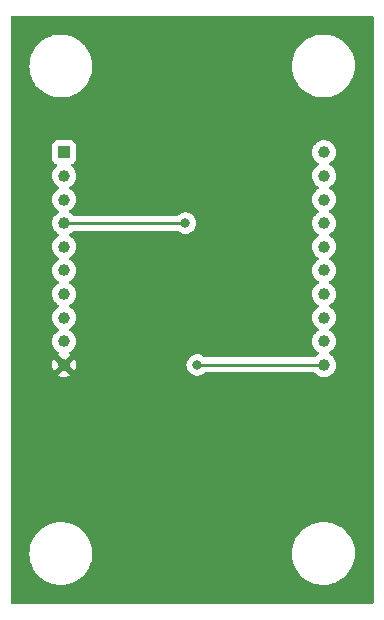
<source format=gbr>
%TF.GenerationSoftware,KiCad,Pcbnew,(6.0.11)*%
%TF.CreationDate,2023-03-01T16:43:23-07:00*%
%TF.ProjectId,Wirless-Module,5769726c-6573-4732-9d4d-6f64756c652e,rev?*%
%TF.SameCoordinates,Original*%
%TF.FileFunction,Copper,L2,Bot*%
%TF.FilePolarity,Positive*%
%FSLAX46Y46*%
G04 Gerber Fmt 4.6, Leading zero omitted, Abs format (unit mm)*
G04 Created by KiCad (PCBNEW (6.0.11)) date 2023-03-01 16:43:23*
%MOMM*%
%LPD*%
G01*
G04 APERTURE LIST*
%TA.AperFunction,ComponentPad*%
%ADD10C,1.008000*%
%TD*%
%TA.AperFunction,ComponentPad*%
%ADD11R,1.008000X1.008000*%
%TD*%
%TA.AperFunction,ViaPad*%
%ADD12C,0.800000*%
%TD*%
%TA.AperFunction,Conductor*%
%ADD13C,0.250000*%
%TD*%
G04 APERTURE END LIST*
D10*
%TO.P,U1,20,DIO0*%
%TO.N,unconnected-(U1-Pad20)*%
X188839000Y-82171500D03*
%TO.P,U1,19,DIO1*%
%TO.N,unconnected-(U1-Pad19)*%
X188839000Y-84171500D03*
%TO.P,U1,18,SCK*%
%TO.N,XBEE_SCK*%
X188839000Y-86171500D03*
%TO.P,U1,17,SPI_SS*%
%TO.N,XBEE_SS*%
X188839000Y-88171500D03*
%TO.P,U1,16,DIO6*%
%TO.N,unconnected-(U1-Pad16)*%
X188839000Y-90171500D03*
%TO.P,U1,15,DI05*%
%TO.N,unconnected-(U1-Pad15)*%
X188839000Y-92171500D03*
%TO.P,U1,14,VREF*%
%TO.N,unconnected-(U1-Pad14)*%
X188839000Y-94171500D03*
%TO.P,U1,13,~{SLEEP}*%
%TO.N,unconnected-(U1-Pad13)*%
X188839000Y-96171500D03*
%TO.P,U1,12,DI07*%
%TO.N,unconnected-(U1-Pad12)*%
X188839000Y-98171500D03*
%TO.P,U1,11,MOSI*%
%TO.N,XBEE_MOSI*%
X188839000Y-100171500D03*
%TO.P,U1,10,GND*%
%TO.N,Earth*%
X166839000Y-100171500D03*
%TO.P,U1,9,DI8*%
%TO.N,unconnected-(U1-Pad9)*%
X166839000Y-98171500D03*
%TO.P,U1,8,NC*%
%TO.N,unconnected-(U1-Pad8)*%
X166839000Y-96171500D03*
%TO.P,U1,7,PWM1*%
%TO.N,unconnected-(U1-Pad7)*%
X166839000Y-94171500D03*
%TO.P,U1,6,PWM0*%
%TO.N,unconnected-(U1-Pad6)*%
X166839000Y-92171500D03*
%TO.P,U1,5,~{RESET}*%
%TO.N,unconnected-(U1-Pad5)*%
X166839000Y-90171500D03*
%TO.P,U1,4,MISO*%
%TO.N,XBEE_MISO*%
X166839000Y-88171500D03*
%TO.P,U1,3,RX*%
%TO.N,XBEE_RX*%
X166839000Y-86171500D03*
%TO.P,U1,2,TX*%
%TO.N,XBEE_TX*%
X166839000Y-84171500D03*
D11*
%TO.P,U1,1,VCC*%
%TO.N,3.3V*%
X166839000Y-82171500D03*
%TD*%
D12*
%TO.N,Earth*%
X184650000Y-95030000D03*
X171360000Y-95350000D03*
%TO.N,XBEE_MOSI*%
X178110000Y-100180000D03*
%TO.N,XBEE_MISO*%
X177110000Y-88160000D03*
%TD*%
D13*
%TO.N,XBEE_MOSI*%
X188839000Y-100171500D02*
X178118500Y-100171500D01*
X178118500Y-100171500D02*
X178110000Y-100180000D01*
%TO.N,XBEE_MISO*%
X166839000Y-88171500D02*
X177098500Y-88171500D01*
X177098500Y-88171500D02*
X177110000Y-88160000D01*
%TD*%
%TA.AperFunction,Conductor*%
%TO.N,Earth*%
G36*
X192981621Y-70632502D02*
G01*
X193028114Y-70686158D01*
X193039500Y-70738500D01*
X193039500Y-120269500D01*
X193019498Y-120337621D01*
X192965842Y-120384114D01*
X192913500Y-120395500D01*
X162432500Y-120395500D01*
X162364379Y-120375498D01*
X162317886Y-120321842D01*
X162306500Y-120269500D01*
X162306500Y-116187985D01*
X163897354Y-116187985D01*
X163897656Y-116191820D01*
X163915608Y-116419917D01*
X163922870Y-116512195D01*
X163987706Y-116830878D01*
X164090898Y-117139284D01*
X164230905Y-117432816D01*
X164405641Y-117707097D01*
X164408084Y-117710060D01*
X164408085Y-117710062D01*
X164557808Y-117891690D01*
X164612501Y-117958038D01*
X164848402Y-118181899D01*
X165109826Y-118375343D01*
X165251351Y-118455414D01*
X165389519Y-118533586D01*
X165389523Y-118533588D01*
X165392876Y-118535485D01*
X165693332Y-118659938D01*
X165796788Y-118688629D01*
X166003000Y-118745817D01*
X166003008Y-118745819D01*
X166006716Y-118746847D01*
X166328356Y-118794916D01*
X166331654Y-118795060D01*
X166443418Y-118799940D01*
X166443422Y-118799940D01*
X166444794Y-118800000D01*
X166643098Y-118800000D01*
X166885105Y-118785198D01*
X166888888Y-118784497D01*
X166888895Y-118784496D01*
X167088959Y-118747416D01*
X167204872Y-118725933D01*
X167414182Y-118659938D01*
X167511360Y-118629298D01*
X167511363Y-118629297D01*
X167515032Y-118628140D01*
X167518529Y-118626546D01*
X167518535Y-118626544D01*
X167807454Y-118494876D01*
X167807458Y-118494874D01*
X167810962Y-118493277D01*
X168088251Y-118323354D01*
X168091255Y-118320964D01*
X168091260Y-118320961D01*
X168215507Y-118222130D01*
X168342764Y-118120905D01*
X168345458Y-118118164D01*
X168345462Y-118118160D01*
X168568013Y-117891690D01*
X168568017Y-117891685D01*
X168570708Y-117888947D01*
X168768685Y-117630939D01*
X168933742Y-117350727D01*
X169063420Y-117052488D01*
X169155785Y-116740669D01*
X169209461Y-116419917D01*
X169219587Y-116187985D01*
X186122354Y-116187985D01*
X186122656Y-116191820D01*
X186140608Y-116419917D01*
X186147870Y-116512195D01*
X186212706Y-116830878D01*
X186315898Y-117139284D01*
X186455905Y-117432816D01*
X186630641Y-117707097D01*
X186633084Y-117710060D01*
X186633085Y-117710062D01*
X186782808Y-117891690D01*
X186837501Y-117958038D01*
X187073402Y-118181899D01*
X187334826Y-118375343D01*
X187476351Y-118455414D01*
X187614519Y-118533586D01*
X187614523Y-118533588D01*
X187617876Y-118535485D01*
X187918332Y-118659938D01*
X188021788Y-118688629D01*
X188228000Y-118745817D01*
X188228008Y-118745819D01*
X188231716Y-118746847D01*
X188553356Y-118794916D01*
X188556654Y-118795060D01*
X188668418Y-118799940D01*
X188668422Y-118799940D01*
X188669794Y-118800000D01*
X188868098Y-118800000D01*
X189110105Y-118785198D01*
X189113888Y-118784497D01*
X189113895Y-118784496D01*
X189313959Y-118747416D01*
X189429872Y-118725933D01*
X189639182Y-118659938D01*
X189736360Y-118629298D01*
X189736363Y-118629297D01*
X189740032Y-118628140D01*
X189743529Y-118626546D01*
X189743535Y-118626544D01*
X190032454Y-118494876D01*
X190032458Y-118494874D01*
X190035962Y-118493277D01*
X190313251Y-118323354D01*
X190316255Y-118320964D01*
X190316260Y-118320961D01*
X190440507Y-118222130D01*
X190567764Y-118120905D01*
X190570458Y-118118164D01*
X190570462Y-118118160D01*
X190793013Y-117891690D01*
X190793017Y-117891685D01*
X190795708Y-117888947D01*
X190993685Y-117630939D01*
X191158742Y-117350727D01*
X191288420Y-117052488D01*
X191380785Y-116740669D01*
X191434461Y-116419917D01*
X191448646Y-116095015D01*
X191435888Y-115932910D01*
X191423432Y-115774640D01*
X191423432Y-115774637D01*
X191423130Y-115770805D01*
X191358294Y-115452122D01*
X191255102Y-115143716D01*
X191115095Y-114850184D01*
X190940359Y-114575903D01*
X190792970Y-114397106D01*
X190735942Y-114327925D01*
X190735938Y-114327920D01*
X190733499Y-114324962D01*
X190497598Y-114101101D01*
X190236174Y-113907657D01*
X190031281Y-113791734D01*
X189956481Y-113749414D01*
X189956477Y-113749412D01*
X189953124Y-113747515D01*
X189652668Y-113623062D01*
X189549212Y-113594371D01*
X189343000Y-113537183D01*
X189342992Y-113537181D01*
X189339284Y-113536153D01*
X189017644Y-113488084D01*
X189014346Y-113487940D01*
X188902582Y-113483060D01*
X188902578Y-113483060D01*
X188901206Y-113483000D01*
X188702902Y-113483000D01*
X188460895Y-113497802D01*
X188457112Y-113498503D01*
X188457105Y-113498504D01*
X188301012Y-113527434D01*
X188141128Y-113557067D01*
X187956558Y-113615262D01*
X187834640Y-113653702D01*
X187834637Y-113653703D01*
X187830968Y-113654860D01*
X187827471Y-113656454D01*
X187827465Y-113656456D01*
X187538546Y-113788124D01*
X187538542Y-113788126D01*
X187535038Y-113789723D01*
X187257749Y-113959646D01*
X187254745Y-113962036D01*
X187254740Y-113962039D01*
X187130493Y-114060870D01*
X187003236Y-114162095D01*
X187000542Y-114164836D01*
X187000538Y-114164840D01*
X186777987Y-114391310D01*
X186777983Y-114391315D01*
X186775292Y-114394053D01*
X186577315Y-114652061D01*
X186412258Y-114932273D01*
X186282580Y-115230512D01*
X186190215Y-115542331D01*
X186136539Y-115863083D01*
X186122354Y-116187985D01*
X169219587Y-116187985D01*
X169223646Y-116095015D01*
X169210888Y-115932910D01*
X169198432Y-115774640D01*
X169198432Y-115774637D01*
X169198130Y-115770805D01*
X169133294Y-115452122D01*
X169030102Y-115143716D01*
X168890095Y-114850184D01*
X168715359Y-114575903D01*
X168567970Y-114397106D01*
X168510942Y-114327925D01*
X168510938Y-114327920D01*
X168508499Y-114324962D01*
X168272598Y-114101101D01*
X168011174Y-113907657D01*
X167806281Y-113791734D01*
X167731481Y-113749414D01*
X167731477Y-113749412D01*
X167728124Y-113747515D01*
X167427668Y-113623062D01*
X167324212Y-113594371D01*
X167118000Y-113537183D01*
X167117992Y-113537181D01*
X167114284Y-113536153D01*
X166792644Y-113488084D01*
X166789346Y-113487940D01*
X166677582Y-113483060D01*
X166677578Y-113483060D01*
X166676206Y-113483000D01*
X166477902Y-113483000D01*
X166235895Y-113497802D01*
X166232112Y-113498503D01*
X166232105Y-113498504D01*
X166076012Y-113527434D01*
X165916128Y-113557067D01*
X165731558Y-113615262D01*
X165609640Y-113653702D01*
X165609637Y-113653703D01*
X165605968Y-113654860D01*
X165602471Y-113656454D01*
X165602465Y-113656456D01*
X165313546Y-113788124D01*
X165313542Y-113788126D01*
X165310038Y-113789723D01*
X165032749Y-113959646D01*
X165029745Y-113962036D01*
X165029740Y-113962039D01*
X164905493Y-114060870D01*
X164778236Y-114162095D01*
X164775542Y-114164836D01*
X164775538Y-114164840D01*
X164552987Y-114391310D01*
X164552983Y-114391315D01*
X164550292Y-114394053D01*
X164352315Y-114652061D01*
X164187258Y-114932273D01*
X164057580Y-115230512D01*
X163965215Y-115542331D01*
X163911539Y-115863083D01*
X163897354Y-116187985D01*
X162306500Y-116187985D01*
X162306500Y-101043572D01*
X166331758Y-101043572D01*
X166336668Y-101050130D01*
X166426509Y-101100342D01*
X166437746Y-101105251D01*
X166614777Y-101162771D01*
X166626751Y-101165404D01*
X166811592Y-101187445D01*
X166823841Y-101187702D01*
X167009440Y-101173421D01*
X167021520Y-101171290D01*
X167200791Y-101121236D01*
X167212242Y-101116795D01*
X167337484Y-101053532D01*
X167347770Y-101043885D01*
X167345532Y-101037242D01*
X166851812Y-100543522D01*
X166837868Y-100535908D01*
X166836035Y-100536039D01*
X166829420Y-100540290D01*
X166338518Y-101031192D01*
X166331758Y-101043572D01*
X162306500Y-101043572D01*
X162306500Y-100163446D01*
X165822718Y-100163446D01*
X165838293Y-100348928D01*
X165840508Y-100360993D01*
X165891814Y-100539919D01*
X165896332Y-100551331D01*
X165957175Y-100669718D01*
X165966896Y-100679939D01*
X165973695Y-100677595D01*
X166466978Y-100184312D01*
X166473356Y-100172632D01*
X167203408Y-100172632D01*
X167203539Y-100174465D01*
X167207790Y-100181080D01*
X167698596Y-100671886D01*
X167710976Y-100678646D01*
X167717709Y-100673605D01*
X167764938Y-100590468D01*
X167769927Y-100579261D01*
X167828680Y-100402641D01*
X167831399Y-100390673D01*
X167855059Y-100203394D01*
X167855550Y-100196370D01*
X167855778Y-100180000D01*
X177196496Y-100180000D01*
X177216458Y-100369928D01*
X177275473Y-100551556D01*
X177278776Y-100557278D01*
X177278777Y-100557279D01*
X177291583Y-100579460D01*
X177370960Y-100716944D01*
X177375378Y-100721851D01*
X177375379Y-100721852D01*
X177494325Y-100853955D01*
X177498747Y-100858866D01*
X177653248Y-100971118D01*
X177659276Y-100973802D01*
X177659278Y-100973803D01*
X177815983Y-101043572D01*
X177827712Y-101048794D01*
X177921113Y-101068647D01*
X178008056Y-101087128D01*
X178008061Y-101087128D01*
X178014513Y-101088500D01*
X178205487Y-101088500D01*
X178211939Y-101087128D01*
X178211944Y-101087128D01*
X178298887Y-101068647D01*
X178392288Y-101048794D01*
X178404017Y-101043572D01*
X178560722Y-100973803D01*
X178560724Y-100973802D01*
X178566752Y-100971118D01*
X178721253Y-100858866D01*
X178732216Y-100846690D01*
X178792660Y-100809450D01*
X178825852Y-100805000D01*
X187988180Y-100805000D01*
X188056301Y-100825002D01*
X188086926Y-100852736D01*
X188107144Y-100878245D01*
X188111837Y-100882239D01*
X188111838Y-100882240D01*
X188216271Y-100971118D01*
X188258357Y-101006936D01*
X188323909Y-101043572D01*
X188426307Y-101100802D01*
X188426313Y-101100805D01*
X188431685Y-101103807D01*
X188620528Y-101165165D01*
X188817693Y-101188676D01*
X188823828Y-101188204D01*
X188823830Y-101188204D01*
X189009528Y-101173915D01*
X189009533Y-101173914D01*
X189015669Y-101173442D01*
X189021599Y-101171786D01*
X189021601Y-101171786D01*
X189078340Y-101155944D01*
X189206916Y-101120045D01*
X189235293Y-101105711D01*
X189378649Y-101033297D01*
X189378651Y-101033296D01*
X189384150Y-101030518D01*
X189540618Y-100908272D01*
X189570706Y-100873415D01*
X189666333Y-100762630D01*
X189666334Y-100762628D01*
X189670362Y-100757962D01*
X189768440Y-100585313D01*
X189831116Y-100396903D01*
X189856002Y-100199907D01*
X189856399Y-100171500D01*
X189837023Y-99973886D01*
X189779632Y-99783799D01*
X189721086Y-99673690D01*
X189689307Y-99613922D01*
X189689305Y-99613919D01*
X189686413Y-99608480D01*
X189612618Y-99517998D01*
X189564811Y-99459380D01*
X189564809Y-99459378D01*
X189560917Y-99454606D01*
X189481470Y-99388882D01*
X189412672Y-99331967D01*
X189412669Y-99331965D01*
X189407922Y-99328038D01*
X189323968Y-99282644D01*
X189273559Y-99232649D01*
X189258182Y-99163338D01*
X189282718Y-99096716D01*
X189327086Y-99059343D01*
X189360922Y-99042251D01*
X189378649Y-99033297D01*
X189378652Y-99033295D01*
X189384150Y-99030518D01*
X189540618Y-98908272D01*
X189670362Y-98757962D01*
X189687690Y-98727460D01*
X189765393Y-98590676D01*
X189768440Y-98585313D01*
X189831116Y-98396903D01*
X189856002Y-98199907D01*
X189856399Y-98171500D01*
X189837023Y-97973886D01*
X189779632Y-97783799D01*
X189686413Y-97608480D01*
X189560917Y-97454606D01*
X189495080Y-97400141D01*
X189412672Y-97331967D01*
X189412669Y-97331965D01*
X189407922Y-97328038D01*
X189323968Y-97282644D01*
X189273559Y-97232649D01*
X189258182Y-97163338D01*
X189282718Y-97096716D01*
X189327086Y-97059343D01*
X189360922Y-97042251D01*
X189378649Y-97033297D01*
X189378651Y-97033296D01*
X189384150Y-97030518D01*
X189540618Y-96908272D01*
X189670362Y-96757962D01*
X189687690Y-96727460D01*
X189765393Y-96590676D01*
X189768440Y-96585313D01*
X189831116Y-96396903D01*
X189856002Y-96199907D01*
X189856399Y-96171500D01*
X189837023Y-95973886D01*
X189779632Y-95783799D01*
X189686413Y-95608480D01*
X189560917Y-95454606D01*
X189495080Y-95400141D01*
X189412672Y-95331967D01*
X189412669Y-95331965D01*
X189407922Y-95328038D01*
X189323968Y-95282644D01*
X189273559Y-95232649D01*
X189258182Y-95163338D01*
X189282718Y-95096716D01*
X189327086Y-95059343D01*
X189360922Y-95042251D01*
X189378649Y-95033297D01*
X189378651Y-95033296D01*
X189384150Y-95030518D01*
X189540618Y-94908272D01*
X189670362Y-94757962D01*
X189687690Y-94727460D01*
X189765393Y-94590676D01*
X189768440Y-94585313D01*
X189831116Y-94396903D01*
X189856002Y-94199907D01*
X189856399Y-94171500D01*
X189837023Y-93973886D01*
X189779632Y-93783799D01*
X189686413Y-93608480D01*
X189560917Y-93454606D01*
X189495080Y-93400141D01*
X189412672Y-93331967D01*
X189412669Y-93331965D01*
X189407922Y-93328038D01*
X189323968Y-93282644D01*
X189273559Y-93232649D01*
X189258182Y-93163338D01*
X189282718Y-93096716D01*
X189327086Y-93059343D01*
X189360922Y-93042251D01*
X189378649Y-93033297D01*
X189378651Y-93033296D01*
X189384150Y-93030518D01*
X189540618Y-92908272D01*
X189670362Y-92757962D01*
X189687690Y-92727460D01*
X189765393Y-92590676D01*
X189768440Y-92585313D01*
X189831116Y-92396903D01*
X189856002Y-92199907D01*
X189856399Y-92171500D01*
X189837023Y-91973886D01*
X189779632Y-91783799D01*
X189686413Y-91608480D01*
X189560917Y-91454606D01*
X189495080Y-91400141D01*
X189412672Y-91331967D01*
X189412669Y-91331965D01*
X189407922Y-91328038D01*
X189323968Y-91282644D01*
X189273559Y-91232649D01*
X189258182Y-91163338D01*
X189282718Y-91096716D01*
X189327086Y-91059343D01*
X189360922Y-91042251D01*
X189378649Y-91033297D01*
X189378651Y-91033296D01*
X189384150Y-91030518D01*
X189540618Y-90908272D01*
X189670362Y-90757962D01*
X189687690Y-90727460D01*
X189765393Y-90590676D01*
X189768440Y-90585313D01*
X189831116Y-90396903D01*
X189856002Y-90199907D01*
X189856399Y-90171500D01*
X189837023Y-89973886D01*
X189779632Y-89783799D01*
X189686413Y-89608480D01*
X189560917Y-89454606D01*
X189495080Y-89400141D01*
X189412672Y-89331967D01*
X189412669Y-89331965D01*
X189407922Y-89328038D01*
X189323968Y-89282644D01*
X189273559Y-89232649D01*
X189258182Y-89163338D01*
X189282718Y-89096716D01*
X189327086Y-89059343D01*
X189360922Y-89042251D01*
X189378649Y-89033297D01*
X189378651Y-89033296D01*
X189384150Y-89030518D01*
X189540618Y-88908272D01*
X189597176Y-88842749D01*
X189666333Y-88762630D01*
X189666334Y-88762628D01*
X189670362Y-88757962D01*
X189687690Y-88727460D01*
X189765393Y-88590676D01*
X189768440Y-88585313D01*
X189831116Y-88396903D01*
X189856002Y-88199907D01*
X189856399Y-88171500D01*
X189837023Y-87973886D01*
X189779632Y-87783799D01*
X189697204Y-87628774D01*
X189689307Y-87613922D01*
X189689305Y-87613919D01*
X189686413Y-87608480D01*
X189560917Y-87454606D01*
X189495080Y-87400141D01*
X189412672Y-87331967D01*
X189412669Y-87331965D01*
X189407922Y-87328038D01*
X189323968Y-87282644D01*
X189273559Y-87232649D01*
X189258182Y-87163338D01*
X189282718Y-87096716D01*
X189327086Y-87059343D01*
X189360922Y-87042251D01*
X189378649Y-87033297D01*
X189378651Y-87033296D01*
X189384150Y-87030518D01*
X189540618Y-86908272D01*
X189670362Y-86757962D01*
X189687690Y-86727460D01*
X189765393Y-86590676D01*
X189768440Y-86585313D01*
X189831116Y-86396903D01*
X189856002Y-86199907D01*
X189856399Y-86171500D01*
X189837023Y-85973886D01*
X189779632Y-85783799D01*
X189686413Y-85608480D01*
X189560917Y-85454606D01*
X189495080Y-85400141D01*
X189412672Y-85331967D01*
X189412669Y-85331965D01*
X189407922Y-85328038D01*
X189323968Y-85282644D01*
X189273559Y-85232649D01*
X189258182Y-85163338D01*
X189282718Y-85096716D01*
X189327086Y-85059343D01*
X189360922Y-85042251D01*
X189378649Y-85033297D01*
X189378651Y-85033296D01*
X189384150Y-85030518D01*
X189540618Y-84908272D01*
X189670362Y-84757962D01*
X189687690Y-84727460D01*
X189765393Y-84590676D01*
X189768440Y-84585313D01*
X189831116Y-84396903D01*
X189856002Y-84199907D01*
X189856399Y-84171500D01*
X189837023Y-83973886D01*
X189779632Y-83783799D01*
X189686413Y-83608480D01*
X189560917Y-83454606D01*
X189464291Y-83374670D01*
X189412672Y-83331967D01*
X189412669Y-83331965D01*
X189407922Y-83328038D01*
X189323968Y-83282644D01*
X189273559Y-83232649D01*
X189258182Y-83163338D01*
X189282718Y-83096716D01*
X189327086Y-83059343D01*
X189367832Y-83038761D01*
X189378649Y-83033297D01*
X189378651Y-83033296D01*
X189384150Y-83030518D01*
X189540618Y-82908272D01*
X189570706Y-82873415D01*
X189666333Y-82762630D01*
X189666334Y-82762628D01*
X189670362Y-82757962D01*
X189687690Y-82727460D01*
X189765393Y-82590676D01*
X189768440Y-82585313D01*
X189831116Y-82396903D01*
X189856002Y-82199907D01*
X189856399Y-82171500D01*
X189837023Y-81973886D01*
X189779632Y-81783799D01*
X189694018Y-81622783D01*
X189689307Y-81613922D01*
X189689305Y-81613919D01*
X189686413Y-81608480D01*
X189560917Y-81454606D01*
X189495080Y-81400141D01*
X189412672Y-81331967D01*
X189412669Y-81331965D01*
X189407922Y-81328038D01*
X189233258Y-81233597D01*
X189043576Y-81174881D01*
X189037451Y-81174237D01*
X189037450Y-81174237D01*
X188852232Y-81154770D01*
X188852230Y-81154770D01*
X188846103Y-81154126D01*
X188762970Y-81161692D01*
X188654497Y-81171563D01*
X188654494Y-81171564D01*
X188648358Y-81172122D01*
X188642452Y-81173860D01*
X188642448Y-81173861D01*
X188506976Y-81213733D01*
X188457876Y-81228184D01*
X188281910Y-81320177D01*
X188127163Y-81444596D01*
X188123205Y-81449313D01*
X188123203Y-81449315D01*
X188039986Y-81548489D01*
X187999530Y-81596703D01*
X187903873Y-81770704D01*
X187843834Y-81959971D01*
X187821700Y-82157295D01*
X187838315Y-82355160D01*
X187893046Y-82546030D01*
X187983808Y-82722633D01*
X187987634Y-82727460D01*
X188103315Y-82873415D01*
X188103319Y-82873420D01*
X188107144Y-82878245D01*
X188258357Y-83006936D01*
X188355913Y-83061459D01*
X188405617Y-83112152D01*
X188420025Y-83181671D01*
X188394561Y-83247944D01*
X188352817Y-83283107D01*
X188287374Y-83317320D01*
X188287370Y-83317322D01*
X188281910Y-83320177D01*
X188127163Y-83444596D01*
X188123205Y-83449313D01*
X188123203Y-83449315D01*
X188039986Y-83548489D01*
X187999530Y-83596703D01*
X187903873Y-83770704D01*
X187843834Y-83959971D01*
X187821700Y-84157295D01*
X187838315Y-84355160D01*
X187893046Y-84546030D01*
X187983808Y-84722633D01*
X187987634Y-84727460D01*
X188103315Y-84873415D01*
X188103319Y-84873420D01*
X188107144Y-84878245D01*
X188258357Y-85006936D01*
X188355913Y-85061459D01*
X188405617Y-85112152D01*
X188420025Y-85181671D01*
X188394561Y-85247944D01*
X188352817Y-85283107D01*
X188287374Y-85317320D01*
X188287370Y-85317322D01*
X188281910Y-85320177D01*
X188127163Y-85444596D01*
X188123205Y-85449313D01*
X188123203Y-85449315D01*
X188039986Y-85548489D01*
X187999530Y-85596703D01*
X187903873Y-85770704D01*
X187843834Y-85959971D01*
X187821700Y-86157295D01*
X187838315Y-86355160D01*
X187893046Y-86546030D01*
X187983808Y-86722633D01*
X187987634Y-86727460D01*
X188103315Y-86873415D01*
X188103319Y-86873420D01*
X188107144Y-86878245D01*
X188258357Y-87006936D01*
X188355913Y-87061459D01*
X188405617Y-87112152D01*
X188420025Y-87181671D01*
X188394561Y-87247944D01*
X188352817Y-87283107D01*
X188287374Y-87317320D01*
X188287370Y-87317322D01*
X188281910Y-87320177D01*
X188127163Y-87444596D01*
X188123205Y-87449313D01*
X188123203Y-87449315D01*
X188048788Y-87538000D01*
X187999530Y-87596703D01*
X187903873Y-87770704D01*
X187902012Y-87776571D01*
X187902011Y-87776573D01*
X187897847Y-87789699D01*
X187843834Y-87959971D01*
X187821700Y-88157295D01*
X187822216Y-88163439D01*
X187837325Y-88343365D01*
X187838315Y-88355160D01*
X187840014Y-88361084D01*
X187890537Y-88537279D01*
X187893046Y-88546030D01*
X187895865Y-88551515D01*
X187970606Y-88696944D01*
X187983808Y-88722633D01*
X187987634Y-88727460D01*
X188103315Y-88873415D01*
X188103319Y-88873420D01*
X188107144Y-88878245D01*
X188258357Y-89006936D01*
X188355913Y-89061459D01*
X188405617Y-89112152D01*
X188420025Y-89181671D01*
X188394561Y-89247944D01*
X188352817Y-89283107D01*
X188287374Y-89317320D01*
X188287370Y-89317322D01*
X188281910Y-89320177D01*
X188127163Y-89444596D01*
X188123205Y-89449313D01*
X188123203Y-89449315D01*
X188039986Y-89548489D01*
X187999530Y-89596703D01*
X187903873Y-89770704D01*
X187843834Y-89959971D01*
X187821700Y-90157295D01*
X187838315Y-90355160D01*
X187893046Y-90546030D01*
X187983808Y-90722633D01*
X187987634Y-90727460D01*
X188103315Y-90873415D01*
X188103319Y-90873420D01*
X188107144Y-90878245D01*
X188258357Y-91006936D01*
X188355913Y-91061459D01*
X188405617Y-91112152D01*
X188420025Y-91181671D01*
X188394561Y-91247944D01*
X188352817Y-91283107D01*
X188287374Y-91317320D01*
X188287370Y-91317322D01*
X188281910Y-91320177D01*
X188127163Y-91444596D01*
X188123205Y-91449313D01*
X188123203Y-91449315D01*
X188039986Y-91548489D01*
X187999530Y-91596703D01*
X187903873Y-91770704D01*
X187843834Y-91959971D01*
X187821700Y-92157295D01*
X187838315Y-92355160D01*
X187893046Y-92546030D01*
X187983808Y-92722633D01*
X187987634Y-92727460D01*
X188103315Y-92873415D01*
X188103319Y-92873420D01*
X188107144Y-92878245D01*
X188258357Y-93006936D01*
X188355913Y-93061459D01*
X188405617Y-93112152D01*
X188420025Y-93181671D01*
X188394561Y-93247944D01*
X188352817Y-93283107D01*
X188287374Y-93317320D01*
X188287370Y-93317322D01*
X188281910Y-93320177D01*
X188127163Y-93444596D01*
X188123205Y-93449313D01*
X188123203Y-93449315D01*
X188039986Y-93548489D01*
X187999530Y-93596703D01*
X187903873Y-93770704D01*
X187843834Y-93959971D01*
X187821700Y-94157295D01*
X187838315Y-94355160D01*
X187893046Y-94546030D01*
X187983808Y-94722633D01*
X187987634Y-94727460D01*
X188103315Y-94873415D01*
X188103319Y-94873420D01*
X188107144Y-94878245D01*
X188258357Y-95006936D01*
X188355913Y-95061459D01*
X188405617Y-95112152D01*
X188420025Y-95181671D01*
X188394561Y-95247944D01*
X188352817Y-95283107D01*
X188287374Y-95317320D01*
X188287370Y-95317322D01*
X188281910Y-95320177D01*
X188127163Y-95444596D01*
X188123205Y-95449313D01*
X188123203Y-95449315D01*
X188039986Y-95548489D01*
X187999530Y-95596703D01*
X187903873Y-95770704D01*
X187843834Y-95959971D01*
X187821700Y-96157295D01*
X187838315Y-96355160D01*
X187893046Y-96546030D01*
X187983808Y-96722633D01*
X187987634Y-96727460D01*
X188103315Y-96873415D01*
X188103319Y-96873420D01*
X188107144Y-96878245D01*
X188258357Y-97006936D01*
X188355913Y-97061459D01*
X188405617Y-97112152D01*
X188420025Y-97181671D01*
X188394561Y-97247944D01*
X188352817Y-97283107D01*
X188287374Y-97317320D01*
X188287370Y-97317322D01*
X188281910Y-97320177D01*
X188127163Y-97444596D01*
X188123205Y-97449313D01*
X188123203Y-97449315D01*
X188039986Y-97548489D01*
X187999530Y-97596703D01*
X187903873Y-97770704D01*
X187843834Y-97959971D01*
X187821700Y-98157295D01*
X187838315Y-98355160D01*
X187893046Y-98546030D01*
X187983808Y-98722633D01*
X187987634Y-98727460D01*
X188103315Y-98873415D01*
X188103319Y-98873420D01*
X188107144Y-98878245D01*
X188258357Y-99006936D01*
X188355913Y-99061459D01*
X188405617Y-99112152D01*
X188420025Y-99181671D01*
X188394561Y-99247944D01*
X188352817Y-99283107D01*
X188287374Y-99317320D01*
X188287370Y-99317322D01*
X188281910Y-99320177D01*
X188127163Y-99444596D01*
X188118764Y-99454606D01*
X188086555Y-99492991D01*
X188027445Y-99532318D01*
X187990033Y-99538000D01*
X178809532Y-99538000D01*
X178741411Y-99517998D01*
X178725495Y-99505845D01*
X178721253Y-99501134D01*
X178710046Y-99492991D01*
X178572094Y-99392763D01*
X178572093Y-99392762D01*
X178566752Y-99388882D01*
X178560724Y-99386198D01*
X178560722Y-99386197D01*
X178398319Y-99313891D01*
X178398318Y-99313891D01*
X178392288Y-99311206D01*
X178298888Y-99291353D01*
X178211944Y-99272872D01*
X178211939Y-99272872D01*
X178205487Y-99271500D01*
X178014513Y-99271500D01*
X178008061Y-99272872D01*
X178008056Y-99272872D01*
X177921112Y-99291353D01*
X177827712Y-99311206D01*
X177821682Y-99313891D01*
X177821681Y-99313891D01*
X177659278Y-99386197D01*
X177659276Y-99386198D01*
X177653248Y-99388882D01*
X177498747Y-99501134D01*
X177494326Y-99506044D01*
X177494325Y-99506045D01*
X177483563Y-99517998D01*
X177370960Y-99643056D01*
X177312686Y-99743990D01*
X177278784Y-99802710D01*
X177275473Y-99808444D01*
X177216458Y-99990072D01*
X177196496Y-100180000D01*
X167855778Y-100180000D01*
X167855848Y-100175005D01*
X167855555Y-100168013D01*
X167837131Y-99980118D01*
X167834748Y-99968080D01*
X167780949Y-99789891D01*
X167776275Y-99778550D01*
X167720520Y-99673690D01*
X167710660Y-99663609D01*
X167703533Y-99666177D01*
X167211022Y-100158688D01*
X167203408Y-100172632D01*
X166473356Y-100172632D01*
X166474592Y-100170368D01*
X166474461Y-100168535D01*
X166470210Y-100161920D01*
X165979175Y-99670885D01*
X165966795Y-99664125D01*
X165960407Y-99668907D01*
X165907302Y-99765503D01*
X165902471Y-99776775D01*
X165846188Y-99954202D01*
X165843638Y-99966196D01*
X165822889Y-100151177D01*
X165822718Y-100163446D01*
X162306500Y-100163446D01*
X162306500Y-98157295D01*
X165821700Y-98157295D01*
X165838315Y-98355160D01*
X165893046Y-98546030D01*
X165983808Y-98722633D01*
X165987634Y-98727460D01*
X166103315Y-98873415D01*
X166103319Y-98873420D01*
X166107144Y-98878245D01*
X166258357Y-99006936D01*
X166263733Y-99009940D01*
X166263735Y-99009942D01*
X166356433Y-99061750D01*
X166406139Y-99112444D01*
X166420546Y-99181964D01*
X166395082Y-99248237D01*
X166353336Y-99283400D01*
X166341003Y-99289847D01*
X166330854Y-99299636D01*
X166333307Y-99306597D01*
X166826188Y-99799478D01*
X166840132Y-99807092D01*
X166841965Y-99806961D01*
X166848580Y-99802710D01*
X167339786Y-99311504D01*
X167346546Y-99299124D01*
X167341887Y-99292901D01*
X167323426Y-99282919D01*
X167273017Y-99232925D01*
X167257639Y-99163614D01*
X167282175Y-99096991D01*
X167326542Y-99059618D01*
X167384150Y-99030518D01*
X167540618Y-98908272D01*
X167670362Y-98757962D01*
X167687690Y-98727460D01*
X167765393Y-98590676D01*
X167768440Y-98585313D01*
X167831116Y-98396903D01*
X167856002Y-98199907D01*
X167856399Y-98171500D01*
X167837023Y-97973886D01*
X167779632Y-97783799D01*
X167686413Y-97608480D01*
X167560917Y-97454606D01*
X167495080Y-97400141D01*
X167412672Y-97331967D01*
X167412669Y-97331965D01*
X167407922Y-97328038D01*
X167323968Y-97282644D01*
X167273559Y-97232649D01*
X167258182Y-97163338D01*
X167282718Y-97096716D01*
X167327086Y-97059343D01*
X167360922Y-97042251D01*
X167378649Y-97033297D01*
X167378651Y-97033296D01*
X167384150Y-97030518D01*
X167540618Y-96908272D01*
X167670362Y-96757962D01*
X167687690Y-96727460D01*
X167765393Y-96590676D01*
X167768440Y-96585313D01*
X167831116Y-96396903D01*
X167856002Y-96199907D01*
X167856399Y-96171500D01*
X167837023Y-95973886D01*
X167779632Y-95783799D01*
X167686413Y-95608480D01*
X167560917Y-95454606D01*
X167495080Y-95400141D01*
X167412672Y-95331967D01*
X167412669Y-95331965D01*
X167407922Y-95328038D01*
X167323968Y-95282644D01*
X167273559Y-95232649D01*
X167258182Y-95163338D01*
X167282718Y-95096716D01*
X167327086Y-95059343D01*
X167360922Y-95042251D01*
X167378649Y-95033297D01*
X167378651Y-95033296D01*
X167384150Y-95030518D01*
X167540618Y-94908272D01*
X167670362Y-94757962D01*
X167687690Y-94727460D01*
X167765393Y-94590676D01*
X167768440Y-94585313D01*
X167831116Y-94396903D01*
X167856002Y-94199907D01*
X167856399Y-94171500D01*
X167837023Y-93973886D01*
X167779632Y-93783799D01*
X167686413Y-93608480D01*
X167560917Y-93454606D01*
X167495080Y-93400141D01*
X167412672Y-93331967D01*
X167412669Y-93331965D01*
X167407922Y-93328038D01*
X167323968Y-93282644D01*
X167273559Y-93232649D01*
X167258182Y-93163338D01*
X167282718Y-93096716D01*
X167327086Y-93059343D01*
X167360922Y-93042251D01*
X167378649Y-93033297D01*
X167378651Y-93033296D01*
X167384150Y-93030518D01*
X167540618Y-92908272D01*
X167670362Y-92757962D01*
X167687690Y-92727460D01*
X167765393Y-92590676D01*
X167768440Y-92585313D01*
X167831116Y-92396903D01*
X167856002Y-92199907D01*
X167856399Y-92171500D01*
X167837023Y-91973886D01*
X167779632Y-91783799D01*
X167686413Y-91608480D01*
X167560917Y-91454606D01*
X167495080Y-91400141D01*
X167412672Y-91331967D01*
X167412669Y-91331965D01*
X167407922Y-91328038D01*
X167323968Y-91282644D01*
X167273559Y-91232649D01*
X167258182Y-91163338D01*
X167282718Y-91096716D01*
X167327086Y-91059343D01*
X167360922Y-91042251D01*
X167378649Y-91033297D01*
X167378651Y-91033296D01*
X167384150Y-91030518D01*
X167540618Y-90908272D01*
X167670362Y-90757962D01*
X167687690Y-90727460D01*
X167765393Y-90590676D01*
X167768440Y-90585313D01*
X167831116Y-90396903D01*
X167856002Y-90199907D01*
X167856399Y-90171500D01*
X167837023Y-89973886D01*
X167779632Y-89783799D01*
X167686413Y-89608480D01*
X167560917Y-89454606D01*
X167495080Y-89400141D01*
X167412672Y-89331967D01*
X167412669Y-89331965D01*
X167407922Y-89328038D01*
X167323968Y-89282644D01*
X167273559Y-89232649D01*
X167258182Y-89163338D01*
X167282718Y-89096716D01*
X167327086Y-89059343D01*
X167360922Y-89042251D01*
X167378649Y-89033297D01*
X167378651Y-89033296D01*
X167384150Y-89030518D01*
X167540618Y-88908272D01*
X167592066Y-88848669D01*
X167651719Y-88810172D01*
X167687447Y-88805000D01*
X176413800Y-88805000D01*
X176481921Y-88825002D01*
X176495821Y-88835616D01*
X176498747Y-88838866D01*
X176653248Y-88951118D01*
X176659276Y-88953802D01*
X176659278Y-88953803D01*
X176785367Y-89009941D01*
X176827712Y-89028794D01*
X176921112Y-89048647D01*
X177008056Y-89067128D01*
X177008061Y-89067128D01*
X177014513Y-89068500D01*
X177205487Y-89068500D01*
X177211939Y-89067128D01*
X177211944Y-89067128D01*
X177298887Y-89048647D01*
X177392288Y-89028794D01*
X177434633Y-89009941D01*
X177560722Y-88953803D01*
X177560724Y-88953802D01*
X177566752Y-88951118D01*
X177721253Y-88838866D01*
X177794099Y-88757962D01*
X177844621Y-88701852D01*
X177844622Y-88701851D01*
X177849040Y-88696944D01*
X177933004Y-88551515D01*
X177941223Y-88537279D01*
X177941224Y-88537278D01*
X177944527Y-88531556D01*
X178003542Y-88349928D01*
X178023504Y-88160000D01*
X178022576Y-88151170D01*
X178004232Y-87976635D01*
X178004232Y-87976633D01*
X178003542Y-87970072D01*
X177944527Y-87788444D01*
X177849040Y-87623056D01*
X177754446Y-87517998D01*
X177725675Y-87486045D01*
X177725671Y-87486041D01*
X177721253Y-87481134D01*
X177566752Y-87368882D01*
X177560724Y-87366198D01*
X177560722Y-87366197D01*
X177398319Y-87293891D01*
X177398318Y-87293891D01*
X177392288Y-87291206D01*
X177298888Y-87271353D01*
X177211944Y-87252872D01*
X177211939Y-87252872D01*
X177205487Y-87251500D01*
X177014513Y-87251500D01*
X177008061Y-87252872D01*
X177008056Y-87252872D01*
X176921112Y-87271353D01*
X176827712Y-87291206D01*
X176821682Y-87293891D01*
X176821681Y-87293891D01*
X176659278Y-87366197D01*
X176659276Y-87366198D01*
X176653248Y-87368882D01*
X176647907Y-87372762D01*
X176647906Y-87372763D01*
X176528689Y-87459380D01*
X176498747Y-87481134D01*
X176485083Y-87496310D01*
X176424639Y-87533549D01*
X176391446Y-87538000D01*
X167688760Y-87538000D01*
X167620639Y-87517998D01*
X167591120Y-87491638D01*
X167560917Y-87454606D01*
X167495080Y-87400141D01*
X167412672Y-87331967D01*
X167412669Y-87331965D01*
X167407922Y-87328038D01*
X167323968Y-87282644D01*
X167273559Y-87232649D01*
X167258182Y-87163338D01*
X167282718Y-87096716D01*
X167327086Y-87059343D01*
X167360922Y-87042251D01*
X167378649Y-87033297D01*
X167378651Y-87033296D01*
X167384150Y-87030518D01*
X167540618Y-86908272D01*
X167670362Y-86757962D01*
X167687690Y-86727460D01*
X167765393Y-86590676D01*
X167768440Y-86585313D01*
X167831116Y-86396903D01*
X167856002Y-86199907D01*
X167856399Y-86171500D01*
X167837023Y-85973886D01*
X167779632Y-85783799D01*
X167686413Y-85608480D01*
X167560917Y-85454606D01*
X167495080Y-85400141D01*
X167412672Y-85331967D01*
X167412669Y-85331965D01*
X167407922Y-85328038D01*
X167323968Y-85282644D01*
X167273559Y-85232649D01*
X167258182Y-85163338D01*
X167282718Y-85096716D01*
X167327086Y-85059343D01*
X167360922Y-85042251D01*
X167378649Y-85033297D01*
X167378651Y-85033296D01*
X167384150Y-85030518D01*
X167540618Y-84908272D01*
X167670362Y-84757962D01*
X167687690Y-84727460D01*
X167765393Y-84590676D01*
X167768440Y-84585313D01*
X167831116Y-84396903D01*
X167856002Y-84199907D01*
X167856399Y-84171500D01*
X167837023Y-83973886D01*
X167779632Y-83783799D01*
X167686413Y-83608480D01*
X167560917Y-83454606D01*
X167464291Y-83374670D01*
X167424552Y-83315836D01*
X167422930Y-83244858D01*
X167459940Y-83184270D01*
X167500376Y-83159603D01*
X167581297Y-83129267D01*
X167589705Y-83126115D01*
X167706261Y-83038761D01*
X167793615Y-82922205D01*
X167844745Y-82785816D01*
X167851500Y-82723634D01*
X167851500Y-81619366D01*
X167844745Y-81557184D01*
X167793615Y-81420795D01*
X167706261Y-81304239D01*
X167589705Y-81216885D01*
X167453316Y-81165755D01*
X167391134Y-81159000D01*
X166286866Y-81159000D01*
X166224684Y-81165755D01*
X166088295Y-81216885D01*
X165971739Y-81304239D01*
X165884385Y-81420795D01*
X165833255Y-81557184D01*
X165826500Y-81619366D01*
X165826500Y-82723634D01*
X165833255Y-82785816D01*
X165884385Y-82922205D01*
X165971739Y-83038761D01*
X166088295Y-83126115D01*
X166096703Y-83129267D01*
X166177900Y-83159707D01*
X166234665Y-83202349D01*
X166259364Y-83268911D01*
X166244156Y-83338260D01*
X166212623Y-83375885D01*
X166127163Y-83444596D01*
X166123205Y-83449313D01*
X166123203Y-83449315D01*
X166039986Y-83548489D01*
X165999530Y-83596703D01*
X165903873Y-83770704D01*
X165843834Y-83959971D01*
X165821700Y-84157295D01*
X165838315Y-84355160D01*
X165893046Y-84546030D01*
X165983808Y-84722633D01*
X165987634Y-84727460D01*
X166103315Y-84873415D01*
X166103319Y-84873420D01*
X166107144Y-84878245D01*
X166258357Y-85006936D01*
X166355913Y-85061459D01*
X166405617Y-85112152D01*
X166420025Y-85181671D01*
X166394561Y-85247944D01*
X166352817Y-85283107D01*
X166287374Y-85317320D01*
X166287370Y-85317322D01*
X166281910Y-85320177D01*
X166127163Y-85444596D01*
X166123205Y-85449313D01*
X166123203Y-85449315D01*
X166039986Y-85548489D01*
X165999530Y-85596703D01*
X165903873Y-85770704D01*
X165843834Y-85959971D01*
X165821700Y-86157295D01*
X165838315Y-86355160D01*
X165893046Y-86546030D01*
X165983808Y-86722633D01*
X165987634Y-86727460D01*
X166103315Y-86873415D01*
X166103319Y-86873420D01*
X166107144Y-86878245D01*
X166258357Y-87006936D01*
X166355913Y-87061459D01*
X166405617Y-87112152D01*
X166420025Y-87181671D01*
X166394561Y-87247944D01*
X166352817Y-87283107D01*
X166287374Y-87317320D01*
X166287370Y-87317322D01*
X166281910Y-87320177D01*
X166127163Y-87444596D01*
X166123205Y-87449313D01*
X166123203Y-87449315D01*
X166048788Y-87538000D01*
X165999530Y-87596703D01*
X165903873Y-87770704D01*
X165902012Y-87776571D01*
X165902011Y-87776573D01*
X165897847Y-87789699D01*
X165843834Y-87959971D01*
X165821700Y-88157295D01*
X165822216Y-88163439D01*
X165837325Y-88343365D01*
X165838315Y-88355160D01*
X165840014Y-88361084D01*
X165890537Y-88537279D01*
X165893046Y-88546030D01*
X165895865Y-88551515D01*
X165970606Y-88696944D01*
X165983808Y-88722633D01*
X165987634Y-88727460D01*
X166103315Y-88873415D01*
X166103319Y-88873420D01*
X166107144Y-88878245D01*
X166258357Y-89006936D01*
X166355913Y-89061459D01*
X166405617Y-89112152D01*
X166420025Y-89181671D01*
X166394561Y-89247944D01*
X166352817Y-89283107D01*
X166287374Y-89317320D01*
X166287370Y-89317322D01*
X166281910Y-89320177D01*
X166127163Y-89444596D01*
X166123205Y-89449313D01*
X166123203Y-89449315D01*
X166039986Y-89548489D01*
X165999530Y-89596703D01*
X165903873Y-89770704D01*
X165843834Y-89959971D01*
X165821700Y-90157295D01*
X165838315Y-90355160D01*
X165893046Y-90546030D01*
X165983808Y-90722633D01*
X165987634Y-90727460D01*
X166103315Y-90873415D01*
X166103319Y-90873420D01*
X166107144Y-90878245D01*
X166258357Y-91006936D01*
X166355913Y-91061459D01*
X166405617Y-91112152D01*
X166420025Y-91181671D01*
X166394561Y-91247944D01*
X166352817Y-91283107D01*
X166287374Y-91317320D01*
X166287370Y-91317322D01*
X166281910Y-91320177D01*
X166127163Y-91444596D01*
X166123205Y-91449313D01*
X166123203Y-91449315D01*
X166039986Y-91548489D01*
X165999530Y-91596703D01*
X165903873Y-91770704D01*
X165843834Y-91959971D01*
X165821700Y-92157295D01*
X165838315Y-92355160D01*
X165893046Y-92546030D01*
X165983808Y-92722633D01*
X165987634Y-92727460D01*
X166103315Y-92873415D01*
X166103319Y-92873420D01*
X166107144Y-92878245D01*
X166258357Y-93006936D01*
X166355913Y-93061459D01*
X166405617Y-93112152D01*
X166420025Y-93181671D01*
X166394561Y-93247944D01*
X166352817Y-93283107D01*
X166287374Y-93317320D01*
X166287370Y-93317322D01*
X166281910Y-93320177D01*
X166127163Y-93444596D01*
X166123205Y-93449313D01*
X166123203Y-93449315D01*
X166039986Y-93548489D01*
X165999530Y-93596703D01*
X165903873Y-93770704D01*
X165843834Y-93959971D01*
X165821700Y-94157295D01*
X165838315Y-94355160D01*
X165893046Y-94546030D01*
X165983808Y-94722633D01*
X165987634Y-94727460D01*
X166103315Y-94873415D01*
X166103319Y-94873420D01*
X166107144Y-94878245D01*
X166258357Y-95006936D01*
X166355913Y-95061459D01*
X166405617Y-95112152D01*
X166420025Y-95181671D01*
X166394561Y-95247944D01*
X166352817Y-95283107D01*
X166287374Y-95317320D01*
X166287370Y-95317322D01*
X166281910Y-95320177D01*
X166127163Y-95444596D01*
X166123205Y-95449313D01*
X166123203Y-95449315D01*
X166039986Y-95548489D01*
X165999530Y-95596703D01*
X165903873Y-95770704D01*
X165843834Y-95959971D01*
X165821700Y-96157295D01*
X165838315Y-96355160D01*
X165893046Y-96546030D01*
X165983808Y-96722633D01*
X165987634Y-96727460D01*
X166103315Y-96873415D01*
X166103319Y-96873420D01*
X166107144Y-96878245D01*
X166258357Y-97006936D01*
X166355913Y-97061459D01*
X166405617Y-97112152D01*
X166420025Y-97181671D01*
X166394561Y-97247944D01*
X166352817Y-97283107D01*
X166287374Y-97317320D01*
X166287370Y-97317322D01*
X166281910Y-97320177D01*
X166127163Y-97444596D01*
X166123205Y-97449313D01*
X166123203Y-97449315D01*
X166039986Y-97548489D01*
X165999530Y-97596703D01*
X165903873Y-97770704D01*
X165843834Y-97959971D01*
X165821700Y-98157295D01*
X162306500Y-98157295D01*
X162306500Y-74912985D01*
X163897354Y-74912985D01*
X163897656Y-74916820D01*
X163915608Y-75144917D01*
X163922870Y-75237195D01*
X163987706Y-75555878D01*
X164090898Y-75864284D01*
X164230905Y-76157816D01*
X164405641Y-76432097D01*
X164408084Y-76435060D01*
X164408085Y-76435062D01*
X164557808Y-76616690D01*
X164612501Y-76683038D01*
X164848402Y-76906899D01*
X165109826Y-77100343D01*
X165251351Y-77180414D01*
X165389519Y-77258586D01*
X165389523Y-77258588D01*
X165392876Y-77260485D01*
X165693332Y-77384938D01*
X165796788Y-77413629D01*
X166003000Y-77470817D01*
X166003008Y-77470819D01*
X166006716Y-77471847D01*
X166328356Y-77519916D01*
X166331654Y-77520060D01*
X166443418Y-77524940D01*
X166443422Y-77524940D01*
X166444794Y-77525000D01*
X166643098Y-77525000D01*
X166885105Y-77510198D01*
X166888888Y-77509497D01*
X166888895Y-77509496D01*
X167088959Y-77472416D01*
X167204872Y-77450933D01*
X167414182Y-77384938D01*
X167511360Y-77354298D01*
X167511363Y-77354297D01*
X167515032Y-77353140D01*
X167518529Y-77351546D01*
X167518535Y-77351544D01*
X167807454Y-77219876D01*
X167807458Y-77219874D01*
X167810962Y-77218277D01*
X168088251Y-77048354D01*
X168091255Y-77045964D01*
X168091260Y-77045961D01*
X168215507Y-76947130D01*
X168342764Y-76845905D01*
X168345458Y-76843164D01*
X168345462Y-76843160D01*
X168568013Y-76616690D01*
X168568017Y-76616685D01*
X168570708Y-76613947D01*
X168768685Y-76355939D01*
X168933742Y-76075727D01*
X169063420Y-75777488D01*
X169155785Y-75465669D01*
X169209461Y-75144917D01*
X169219587Y-74912985D01*
X186122354Y-74912985D01*
X186122656Y-74916820D01*
X186140608Y-75144917D01*
X186147870Y-75237195D01*
X186212706Y-75555878D01*
X186315898Y-75864284D01*
X186455905Y-76157816D01*
X186630641Y-76432097D01*
X186633084Y-76435060D01*
X186633085Y-76435062D01*
X186782808Y-76616690D01*
X186837501Y-76683038D01*
X187073402Y-76906899D01*
X187334826Y-77100343D01*
X187476351Y-77180414D01*
X187614519Y-77258586D01*
X187614523Y-77258588D01*
X187617876Y-77260485D01*
X187918332Y-77384938D01*
X188021788Y-77413629D01*
X188228000Y-77470817D01*
X188228008Y-77470819D01*
X188231716Y-77471847D01*
X188553356Y-77519916D01*
X188556654Y-77520060D01*
X188668418Y-77524940D01*
X188668422Y-77524940D01*
X188669794Y-77525000D01*
X188868098Y-77525000D01*
X189110105Y-77510198D01*
X189113888Y-77509497D01*
X189113895Y-77509496D01*
X189313959Y-77472416D01*
X189429872Y-77450933D01*
X189639182Y-77384938D01*
X189736360Y-77354298D01*
X189736363Y-77354297D01*
X189740032Y-77353140D01*
X189743529Y-77351546D01*
X189743535Y-77351544D01*
X190032454Y-77219876D01*
X190032458Y-77219874D01*
X190035962Y-77218277D01*
X190313251Y-77048354D01*
X190316255Y-77045964D01*
X190316260Y-77045961D01*
X190440507Y-76947130D01*
X190567764Y-76845905D01*
X190570458Y-76843164D01*
X190570462Y-76843160D01*
X190793013Y-76616690D01*
X190793017Y-76616685D01*
X190795708Y-76613947D01*
X190993685Y-76355939D01*
X191158742Y-76075727D01*
X191288420Y-75777488D01*
X191380785Y-75465669D01*
X191434461Y-75144917D01*
X191448646Y-74820015D01*
X191435888Y-74657910D01*
X191423432Y-74499640D01*
X191423432Y-74499637D01*
X191423130Y-74495805D01*
X191358294Y-74177122D01*
X191255102Y-73868716D01*
X191115095Y-73575184D01*
X190940359Y-73300903D01*
X190792970Y-73122106D01*
X190735942Y-73052925D01*
X190735938Y-73052920D01*
X190733499Y-73049962D01*
X190497598Y-72826101D01*
X190236174Y-72632657D01*
X190031281Y-72516734D01*
X189956481Y-72474414D01*
X189956477Y-72474412D01*
X189953124Y-72472515D01*
X189652668Y-72348062D01*
X189549212Y-72319371D01*
X189343000Y-72262183D01*
X189342992Y-72262181D01*
X189339284Y-72261153D01*
X189017644Y-72213084D01*
X189014346Y-72212940D01*
X188902582Y-72208060D01*
X188902578Y-72208060D01*
X188901206Y-72208000D01*
X188702902Y-72208000D01*
X188460895Y-72222802D01*
X188457112Y-72223503D01*
X188457105Y-72223504D01*
X188301011Y-72252435D01*
X188141128Y-72282067D01*
X187956558Y-72340262D01*
X187834640Y-72378702D01*
X187834637Y-72378703D01*
X187830968Y-72379860D01*
X187827471Y-72381454D01*
X187827465Y-72381456D01*
X187538546Y-72513124D01*
X187538542Y-72513126D01*
X187535038Y-72514723D01*
X187257749Y-72684646D01*
X187254745Y-72687036D01*
X187254740Y-72687039D01*
X187130493Y-72785870D01*
X187003236Y-72887095D01*
X187000542Y-72889836D01*
X187000538Y-72889840D01*
X186777987Y-73116310D01*
X186777983Y-73116315D01*
X186775292Y-73119053D01*
X186577315Y-73377061D01*
X186412258Y-73657273D01*
X186282580Y-73955512D01*
X186190215Y-74267331D01*
X186136539Y-74588083D01*
X186122354Y-74912985D01*
X169219587Y-74912985D01*
X169223646Y-74820015D01*
X169210888Y-74657910D01*
X169198432Y-74499640D01*
X169198432Y-74499637D01*
X169198130Y-74495805D01*
X169133294Y-74177122D01*
X169030102Y-73868716D01*
X168890095Y-73575184D01*
X168715359Y-73300903D01*
X168567970Y-73122106D01*
X168510942Y-73052925D01*
X168510938Y-73052920D01*
X168508499Y-73049962D01*
X168272598Y-72826101D01*
X168011174Y-72632657D01*
X167806281Y-72516734D01*
X167731481Y-72474414D01*
X167731477Y-72474412D01*
X167728124Y-72472515D01*
X167427668Y-72348062D01*
X167324212Y-72319371D01*
X167118000Y-72262183D01*
X167117992Y-72262181D01*
X167114284Y-72261153D01*
X166792644Y-72213084D01*
X166789346Y-72212940D01*
X166677582Y-72208060D01*
X166677578Y-72208060D01*
X166676206Y-72208000D01*
X166477902Y-72208000D01*
X166235895Y-72222802D01*
X166232112Y-72223503D01*
X166232105Y-72223504D01*
X166076011Y-72252435D01*
X165916128Y-72282067D01*
X165731558Y-72340262D01*
X165609640Y-72378702D01*
X165609637Y-72378703D01*
X165605968Y-72379860D01*
X165602471Y-72381454D01*
X165602465Y-72381456D01*
X165313546Y-72513124D01*
X165313542Y-72513126D01*
X165310038Y-72514723D01*
X165032749Y-72684646D01*
X165029745Y-72687036D01*
X165029740Y-72687039D01*
X164905493Y-72785870D01*
X164778236Y-72887095D01*
X164775542Y-72889836D01*
X164775538Y-72889840D01*
X164552987Y-73116310D01*
X164552983Y-73116315D01*
X164550292Y-73119053D01*
X164352315Y-73377061D01*
X164187258Y-73657273D01*
X164057580Y-73955512D01*
X163965215Y-74267331D01*
X163911539Y-74588083D01*
X163897354Y-74912985D01*
X162306500Y-74912985D01*
X162306500Y-70738500D01*
X162326502Y-70670379D01*
X162380158Y-70623886D01*
X162432500Y-70612500D01*
X192913500Y-70612500D01*
X192981621Y-70632502D01*
G37*
%TD.AperFunction*%
%TD*%
M02*

</source>
